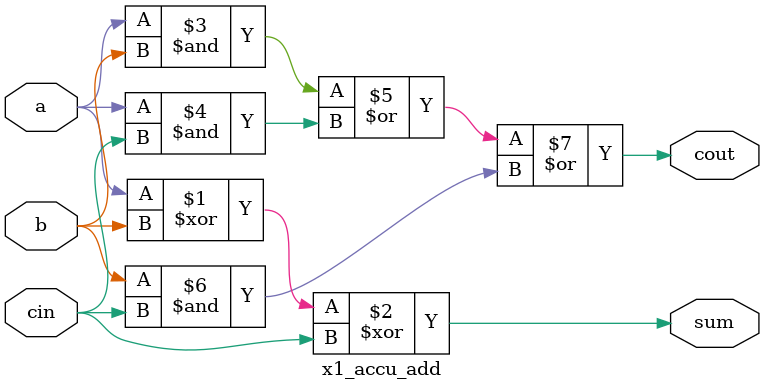
<source format=v>
/*
 *  Implements 1bit accurate adder
 *
 *  Authors: Marcus Meysel, Karel Rusy, Hakim Tayari
 *  Date: 2024-07-10
 *
 *  Permission to use, copy, modify, and/or distribute this software for any
 *  purpose with or without fee is hereby granted, provided that the above
 *  copyright notice and this permission notice appear in all copies.
 *
 *  THE SOFTWARE IS PROVIDED "AS IS" AND THE AUTHORS DISCLAIM ALL WARRANTIES
 *  WITH REGARD TO THIS SOFTWARE INCLUDING ALL IMPLIED WARRANTIES OF
 *  MERCHANTABILITY AND FITNESS. IN NO EVENT SHALL THE AUTHORS BE LIABLE FOR
 *  ANY SPECIAL, DIRECT, INDIRECT, OR CONSEQUENTIAL DAMAGES OR ANY DAMAGES
 *  WHATSOEVER RESULTING FROM LOSS OF USE, DATA OR PROFITS, WHETHER IN AN
 *  ACTION OF CONTRACT, NEGLIGENCE OR OTHER TORTIOUS ACTION, ARISING OUT OF
 *  OR IN CONNECTION WITH THE USE OR PERFORMANCE OF THIS SOFTWARE.
 *
 */


module x1_accu_add (

    input a, // 1-bit input A
    input b, // 1-bit input B
    input cin, // 1-bit input carry-in
    output sum, // 1-bit output sum
    output cout // 1-bit output carry-out
);

    assign sum = a ^ b ^ cin;
    assign cout = (a & b) | (a & cin) | (b & cin);

endmodule
</source>
